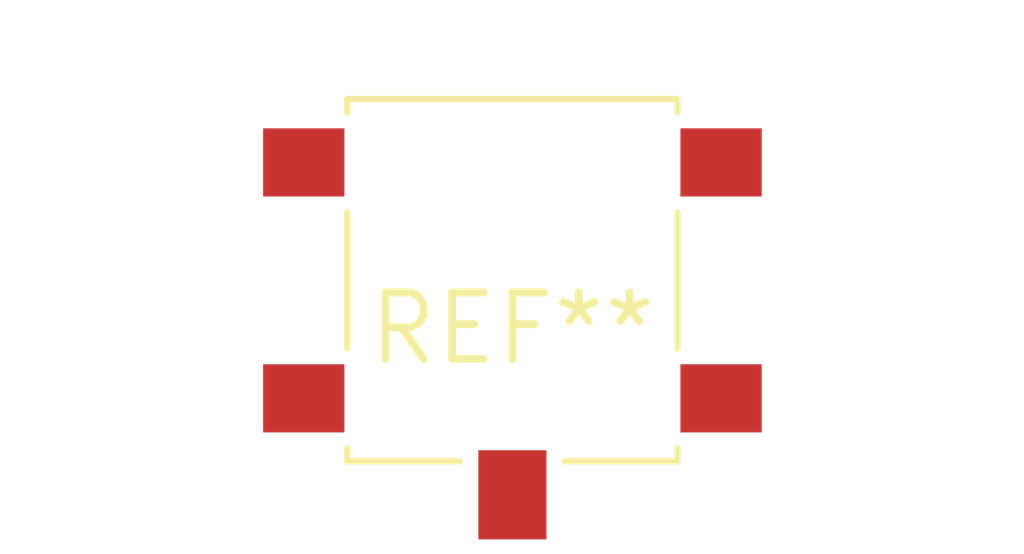
<source format=kicad_pcb>
(kicad_pcb (version 20240108) (generator pcbnew)
  (layers (0 "F.Cu" signal) (31 "B.Cu" signal) (34 "B.Paste" user) (35 "F.Paste" user) (36 "B.SilkS" user "B.Silkscreen") (37 "F.SilkS" user "F.Silkscreen") (38 "B.Mask" user) (39 "F.Mask" user) (44 "Edge.Cuts" user))
  (net 0 "")
  (footprint "SW_SPST_B3S-1100" (layer "F.Cu") (at 0 0)
    (property "Reference" "REF**")
    (property "Value" "SW_SPST_B3S-1100")
    (fp_line (start -3.15 -4.38) (end 3.15 -4.38) (layer "F.SilkS") (stroke (width 0.12)))
    (fp_line (start -3.15 -4.12) (end -3.15 -4.38) (layer "F.SilkS") (stroke (width 0.12)))
    (fp_line (start -3.15 0.38) (end -3.15 -2.22) (layer "F.SilkS") (stroke (width 0.12)))
    (fp_line (start -3.15 2.53) (end -3.15 2.28) (layer "F.SilkS") (stroke (width 0.12)))
    (fp_line (start -3.15 2.53) (end -1 2.53) (layer "F.SilkS") (stroke (width 0.12)))
    (fp_line (start 3.15 -4.38) (end 3.15 -4.12) (layer "F.SilkS") (stroke (width 0.12)))
    (fp_line (start 3.15 -2.22) (end 3.15 0.38) (layer "F.SilkS") (stroke (width 0.12)))
    (fp_line (start 3.15 2.28) (end 3.15 2.53) (layer "F.SilkS") (stroke (width 0.12)))
    (fp_line (start 3.15 2.53) (end 1 2.53) (layer "F.SilkS") (stroke (width 0.12)))
    (pad "1" smd rect (at -3.98 -3.17) (size 1.55 1.3) (layers "F.Cu" "F.Paste" "F.Mask"))
    (pad "1" smd rect (at 3.98 -3.17) (size 1.55 1.3) (layers "F.Cu" "F.Paste" "F.Mask"))
    (pad "2" smd rect (at -3.98 1.33) (size 1.55 1.3) (layers "F.Cu" "F.Paste" "F.Mask"))
    (pad "2" smd rect (at 3.98 1.33) (size 1.55 1.3) (layers "F.Cu" "F.Paste" "F.Mask"))
    (pad "3" smd rect (at 0 3.17) (size 1.3 1.7) (layers "F.Cu" "F.Paste" "F.Mask"))
  )
)
</source>
